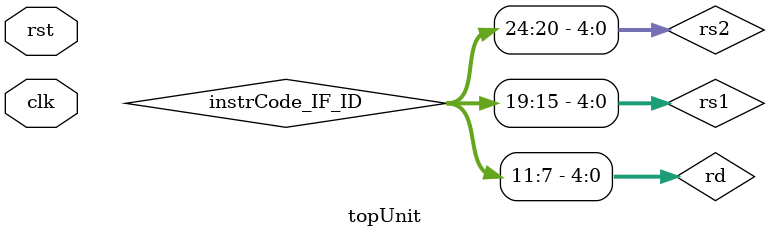
<source format=v>
`timescale 1ns / 1ps

module topUnit(
    input clk, 
    input rst
    );

wire [31:0] instrCode_instrFetch, instrCode_IF_ID;

// INSTRUCTION FETCH STAGE - IF
instrFetch IF(.clk(clk), .rst(rst), .instrCode(instrCode_instrFetch)); 

// IF-ID pipeline 
IF_ID_pipeline ifid(.clk(clk), .rst(rst), .instr_mem(instrCode_instrFetch), .instr_IF_ID(instrCode_IF_ID)); 


wire [4:0] rs1, rs2, rd, rd_ID_EX, rd_EX_WB; 


assign rs1 = instrCode_IF_ID[19:15];
assign rs2 = instrCode_IF_ID[24:20]; 
assign rd = instrCode_IF_ID[11:7];

wire [3:0] aluOp, aluOp_ID_EX; 
wire regWrite, regWrite_ID_EX, regWrite_EX_WB, memToReg, immToReg, aluSrc, memRead, memWrite, branch; 
wire [31:0] readRegData1, readRegData1_ID_EX , readRegData2, readRegData2_ID_EX, writeData1, writeData2, imm;

// INSTRUCTION DECODE STAGE - ID
controlUnit ctrl(.instrCode(instrCode_IF_ID), .ALUop(aluOp), .RegWrite(regWrite));
registerBank regs(.clk(clk), .rst(rst), .regWrite(regWrite_EX_WB), .readReg1(rs1), .readReg2(rs2), .writeReg(rd_EX_WB), .writeData(writeData2), .readRegData1(readRegData1), .readRegData2(readRegData2)); 

/*immGen immed(.instr(instrCode), .immSel(immSel), .immOut(imm));
*/

// ID-EX pipeline
ID_EX_pipeline idex(.clk(clk), .rst(rst), .regWrite_ctrlUnit(regWrite), .aluCtrl_ctrlUnit(aluOp), .data1_regBank(readRegData1), .data2_regBank(readRegData2), .rd_IF_ID(rd), .regWrite_ID_EX(regWrite_ID_EX), .data1_ID_EX(readRegData1_ID_EX), .data2_ID_EX(readRegData2_ID_EX), .aluCtrl_ID_EX(aluOp_ID_EX), .rd_ID_EX(rd_ID_EX)); 

wire [31:0] aluInput, aluResult, aluResult_EX_WB;
/*assign aluInput = aluSrc? imm: readRegData2; //Deciding the second input to ALU; *//*
*/wire zero;

// EXECUTION STAGE - EX
alu compute(.A(readRegData1_ID_EX), .B(readRegData1_ID_EX), .op(aluOp_ID_EX), .result(aluResult), .zero(zero));

// EX-WB pipeline 
EX_WB_pipeline exwb(.clk(clk), .rst(rst), .aluResult_alu(aluResult), .regWrite_ID_EX(regWrite_ID_EX), .rd_ID_EX(rd_ID_EX), .aluResult_EX_WB(aluResult_EX_WB), .regWrite_EX_WB(regWrite_EX_WB), .rd_EX_WB(rd_EX_WB)); 


assign writeData2 = aluResult_EX_WB; 

endmodule

</source>
